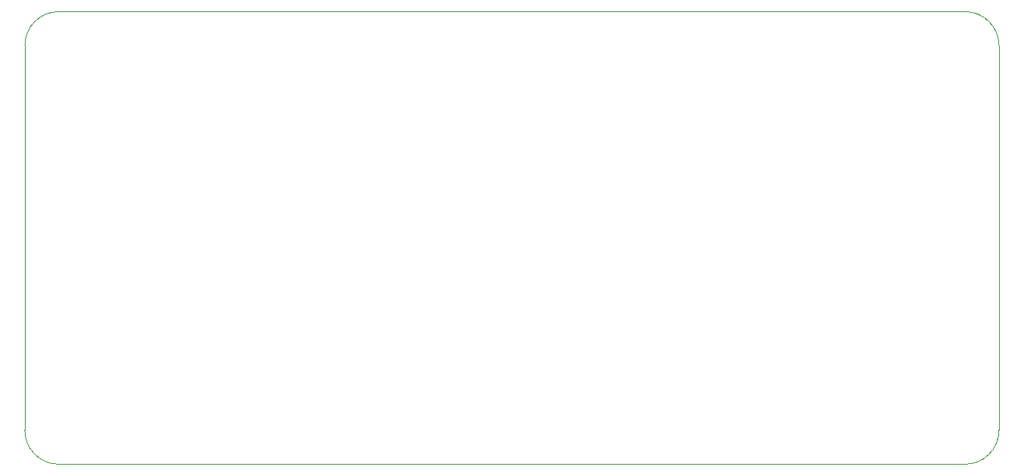
<source format=gbr>
%TF.GenerationSoftware,KiCad,Pcbnew,6.0.9*%
%TF.CreationDate,2023-01-21T02:33:53-05:00*%
%TF.ProjectId,motherboard_2022_2023,6d6f7468-6572-4626-9f61-72645f323032,1.1*%
%TF.SameCoordinates,Original*%
%TF.FileFunction,Profile,NP*%
%FSLAX46Y46*%
G04 Gerber Fmt 4.6, Leading zero omitted, Abs format (unit mm)*
G04 Created by KiCad (PCBNEW 6.0.9) date 2023-01-21 02:33:53*
%MOMM*%
%LPD*%
G01*
G04 APERTURE LIST*
%TA.AperFunction,Profile*%
%ADD10C,0.100000*%
%TD*%
G04 APERTURE END LIST*
D10*
X107339562Y-75831662D02*
G75*
G03*
X103529562Y-79641695I38J-3810038D01*
G01*
X107339600Y-75831700D02*
X208939600Y-75831695D01*
X208939600Y-126631662D02*
G75*
G03*
X212749600Y-122821695I38J3809962D01*
G01*
X212749643Y-79641695D02*
G75*
G03*
X208939600Y-75831695I-3810005J-5D01*
G01*
X208939638Y-126631695D02*
X107339600Y-126631700D01*
X103529562Y-122821695D02*
X103529562Y-79641695D01*
X212749600Y-79641695D02*
X212749600Y-122821695D01*
X103529605Y-122821695D02*
G75*
G03*
X107339562Y-126631695I3809995J-5D01*
G01*
M02*

</source>
